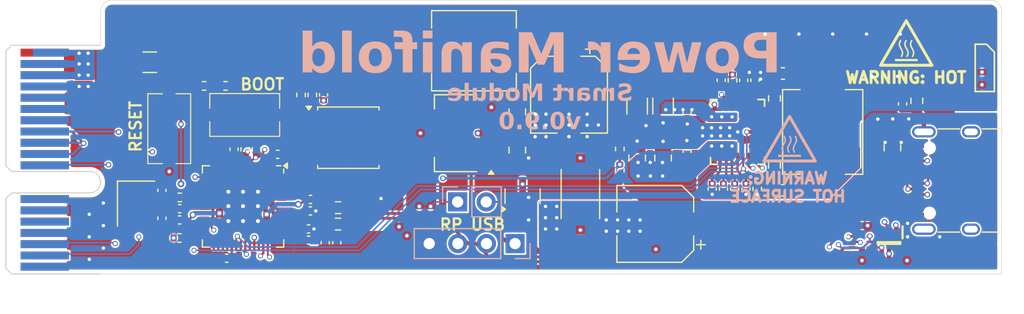
<source format=kicad_pcb>
(kicad_pcb (version 20240108) (generator "pcbnew") (generator_version "8.0")
  (title_block (date "2024-06-29") (rev "v0.9.0"))
  (layers (0 "F.Cu" signal) (1 "In1.Cu" power) (2 "In2.Cu" power) (31 "B.Cu" signal) (34 "B.Paste" user) (35 "F.Paste" user) (36 "B.SilkS" user "B.Silkscreen") (37 "F.SilkS" user "F.Silkscreen") (38 "B.Mask" user) (39 "F.Mask" user) (44 "Edge.Cuts" user))
  (net 0 "")
  (net 1 "VCC")
  (net 2 "GND")
  (net 3 "Net-(C3-Pad1)")
  (net 4 "VIN")
  (net 5 "IMON")
  (net 6 "VBUS")
  (net 7 "Net-(U4-ICOMP)")
  (net 8 "GNDUSB")
  (net 9 "D-")
  (net 10 "D+")
  (net 11 "CC1")
  (net 12 "CC2")
  (net 13 "Net-(C18-Pad1)")
  (net 14 "LED_DIN")
  (net 15 "+5V")
  (net 16 "Net-(C23-Pad2)")
  (net 17 "SCL")
  (net 18 "ENABLE")
  (net 19 "SDA")
  (net 20 "VDD")
  (net 21 "OVERLOAD")
  (net 22 "ALERT")
  (net 24 "/INDUCTOR")
  (net 25 "/OUTDUCTOR")
  (net 26 "/EMI_VIN")
  (net 27 "/XIN")
  (net 28 "+1V1")
  (net 29 "RP_D-")
  (net 30 "MPQ_D+")
  (net 31 "/SWCLK")
  (net 32 "/SWD")
  (net 33 "/QSPI_SS")
  (net 34 "/XOUT")
  (net 35 "/QSPI_SD1")
  (net 36 "/QSPI_SD2")
  (net 37 "/QSPI_SD3")
  (net 38 "/QSPI_SD0")
  (net 39 "/QSPI_SCLK")
  (net 40 "/GPIO18")
  (net 41 "/GPIO15")
  (net 42 "/GPIO7")
  (net 43 "/GPIO25")
  (net 44 "/GPIO3")
  (net 45 "/GPIO11")
  (net 46 "/GPIO2")
  (net 47 "/GPIO0")
  (net 48 "/RUN")
  (net 49 "/GPIO8")
  (net 50 "/GPIO16")
  (net 51 "/GPIO20")
  (net 52 "/GPIO19")
  (net 53 "/GPIO14")
  (net 54 "/GPIO17")
  (net 55 "Net-(U4-BST1)")
  (net 56 "/GPIO6")
  (net 57 "/GPIO13")
  (net 58 "/GPIO10")
  (net 59 "/GPIO21")
  (net 60 "/GPIO23")
  (net 61 "/GPIO9")
  (net 62 "Net-(U3-USB_DP)")
  (net 63 "Net-(U3-USB_DM)")
  (net 65 "/VIN_PREFUSE")
  (net 66 "Net-(U4-BST2)")
  (net 67 "VIN_DIVIDER")
  (net 68 "VOUT_DIVIDER")
  (net 69 "RP_D+")
  (net 70 "MPQ_D-")
  (net 71 "Net-(J4-SHIELD)")
  (net 81 "Net-(J5-Pin_2)")
  (net 82 "Net-(R4-Pad1)")
  (net 83 "/GPIO27_ADC1")
  (net 84 "Net-(R1-Pad2)")
  (net 85 "+3.3V")
  (net 87 "Net-(U4-GPIO1)")
  (footprint "Capacitor_SMD:C_0402_1005Metric" (layer "F.Cu") (at 92.1 33.1 90)
    (property "Reference" "C7" (hide yes))
    (property "Value" "2.2uF")
  )
  (footprint "Connector_USB:USB_C_Receptacle_XKB_U262-16XN-4BVC11" (layer "F.Cu") (at 110.2 42 90)
    (property "Reference" "J4" (hide yes))
    (property "Value" "USB_C_Receptacle_USB2.0_14P")
  )
  (footprint "Resistor_SMD:R_0603_1608Metric" (layer "F.Cu") (at 106.47 34.93 90)
    (property "Reference" "R18" (hide yes))
    (property "Value" "100K")
  )
  (footprint "Capacitor_SMD:C_1206_3216Metric" (layer "F.Cu") (at 81.64 35.4 -90)
    (property "Reference" "C13" (hide yes))
    (property "Value" "4.7uF")
  )
  (footprint "Resistor_SMD:R_0402_1005Metric" (layer "F.Cu") (at 51.8 34.4 -90)
    (property "Reference" "R1" (hide yes))
    (property "Value" "1K")
  )
  (footprint "Capacitor_SMD:C_0402_1005Metric" (layer "F.Cu") (at 41.03 44.5 180)
    (property "Reference" "C25" (hide yes))
    (property "Value" "100nF")
  )
  (footprint "Local Library:XKB_TS-1101_SWITCH" (layer "F.Cu") (at 46.8 36.18)
    (property "Reference" "SW1" (hide yes))
    (property "Value" "RESET")
  )
  (footprint "Package_TO_SOT_SMD:SOT-23" (layer "F.Cu") (at 71.46791 43.388492 90)
    (property "Reference" "Q1" (hide yes))
    (property "Value" "2N7002")
  )
  (footprint "Inductor_SMD:L_Sunlord_MWSA0603S" (layer "F.Cu") (at 98.11 37.69 -90)
    (property "Reference" "L2" (hide yes))
    (property "Value" "4.7uH")
  )
  (footprint "Resistor_SMD:R_0402_1005Metric" (layer "F.Cu") (at 80.1 39.2 90)
    (property "Reference" "R17" (hide yes))
    (property "Value" "3.3K")
  )
  (footprint "Capacitor_SMD:C_0402_1005Metric" (layer "F.Cu") (at 86.07 36 -90)
    (property "Reference" "C14" (hide yes))
    (property "Value" "100nF")
  )
  (footprint "Resistor_SMD:R_0402_1005Metric" (layer "F.Cu") (at 41 47.1)
    (property "Reference" "R4" (hide yes))
    (property "Value" "1K")
  )
  (footprint "Capacitor_SMD:C_0402_1005Metric" (layer "F.Cu") (at 39.45 45.35 -90)
    (property "Reference" "C3" (hide yes))
    (property "Value" "39pF")
  )
  (footprint "Capacitor_SMD:C_0402_1005Metric" (layer "F.Cu") (at 91.3 42.75 -90)
    (property "Reference" "C33" (hide yes))
    (property "Value" "470pF")
  )
  (footprint "Local Library:HOT_SURFACE_SMALL" (layer "F.Cu") (at 105.7 32)
    (property "Reference" "REF**" (hide yes))
    (property "Value" "HOT_SURFACE_SMALL")
  )
  (footprint "Resistor_SMD:R_0402_1005Metric" (layer "F.Cu") (at 92.3 42.75 -90)
    (property "Reference" "R5" (hide yes))
    (property "Value" "10K")
  )
  (footprint "Capacitor_SMD:CP_Elec_6.3x7.7" (layer "F.Cu") (at 83.25 45.85 180)
    (property "Reference" "C29" (hide yes))
    (property "Value" "100uF")
  )
  (footprint "Capacitor_SMD:C_0402_1005Metric" (layer "F.Cu") (at 54.975 47.525 90)
    (property "Reference" "C30" (hide yes))
    (property "Value" "100nF")
  )
  (footprint "Capacitor_SMD:C_0402_1005Metric" (layer "F.Cu") (at 101.62 46)
    (property "Reference" "C36" (hide yes))
    (property "Value" "470pF")
  )
  (footprint "Package_TO_SOT_SMD:SOT-223-3_TabPin2" (layer "F.Cu") (at 65.55 37.8 180)
    (property "Reference" "U1" (hide yes))
    (property "Value" "AMS1117-3.3")
  )
  (footprint "Resistor_SMD:R_0603_1608Metric" (layer "F.Cu") (at 93.83 34.71 90)
    (property "Reference" "R7" (hide yes))
    (property "Value" "10R")
  )
  (footprint "Capacitor_SMD:C_0402_1005Metric" (layer "F.Cu") (at 52.47 47.3)
    (property "Reference" "C16" (hide yes))
    (property "Value" "2.2uF")
  )
  (footprint "Capacitor_SMD:C_0402_1005Metric" (layer "F.Cu") (at 52.64 43.68)
    (property "Reference" "C6" (hide yes))
    (property "Value" "100nF")
  )
  (footprint "Capacitor_SMD:C_0402_1005Metric" (layer "F.Cu") (at 52.63 44.7)
    (property "Reference" "C15" (hide yes))
    (property "Value" "100nF")
  )
  (footprint "Capacitor_SMD:C_0402_1005Metric" (layer "F.Cu") (at 41.025 45.5 180)
    (property "Reference" "C9" (hide yes))
    (property "Value" "100nF")
  )
  (footprint "Capacitor_SMD:C_0805_2012Metric" (layer "F.Cu") (at 71 35.9 -90)
    (property "Reference" "C1" (hide yes))
    (property "Value" "10uF")
  )
  (footprint "Resistor_SMD:R_0402_1005Metric" (layer "F.Cu") (at 47.85 39.23 -90)
    (property "Reference" "R11" (hide yes))
    (property "Value" "10K")
  )
  (footprint "Resistor_SMD:R_0402_1005Metric" (layer "F.Cu") (at 80.1 41.09 90)
    (property "Reference" "R16" (hide yes))
    (property "Value" "22K")
  )
  (footprint "Local Library:TS3USB3000RSER" (layer "F.Cu") (at 101.6 47.7)
    (property "Reference" "U5" (hide yes))
    (property "Value" "TS3USB3000RSER" (hide yes))
  )
  (footprint "Resistor_SMD:R_0402_1005Metric" (layer "F.Cu") (at 43.2 33.6)
    (property "Reference" "R14" (hide yes))
    (property "Value" "22K")
  )
  (footprint "Capacitor_SMD:C_0402_1005Metric" (layer "F.Cu") (at 49.725 39.675)
    (property "Reference" "C17" (hide yes))
    (property "Value" "100nF")
  )
  (footprint "Capacitor_SMD:C_0402_1005Metric" (layer "F.Cu") (at 86.07 39.4 90)
    (property "Reference" "C26" (hide yes))
    (property "Value" "100nF")
  )
  (footprint "Capacitor_SMD:C_0402_1005Metric" (layer "F.Cu") (at 105.2 35.2 90)
    (property "Reference" "C35" (hide yes))
    (property "Value" "100nF")
  )
  (footprint "Connector_PCBEdge:BUS_PCIexpress_x1" (layer "F.Cu") (at 29.05 30.65 -90)
    (property "Reference" "J2" (hide yes))
    (property "Value" "Bus_PCI_Express_x1")
    (fp_line (start -0.15 3.45) (end 10.05 3.45) (stroke (width 0.1)) (layer "Edge.Cuts"))
    (fp_line (start 12.95 3.45) (end 19.15 3.45) (stroke (width 0.1)) (layer "Edge.Cuts"))
    (fp_line (start -0.65 2.95) (end -0.15 3.45) (stroke (width 0.1)) (layer "Edge.Cuts"))
    (fp_line (start 10.55 2.95) (end 10.05 3.45) (stroke (width 0.1)) (layer "Edge.Cuts"))
    (fp_line (start 12.45 2.95) (end 12.95 3.45) (stroke (width 0.1)) (layer "Edge.Cuts"))
    (fp_line (start 19.65 2.95) (end 19.15 3.45) (stroke (width 0.1)) (layer "Edge.Cuts"))
    (fp_line (start 10.55 -4) (end 10.55 2.95) (stroke (width 0.1)) (layer "Edge.Cuts"))
    (fp_line (start 12.45 -4) (end 12.45 2.95) (stroke (width 0.1)) (layer "Edge.Cuts"))
    (fp_line (start -0.65 -4.95) (end -0.65 2.95) (stroke (width 0.1)) (layer "Edge.Cuts"))
    (fp_line (start 19.65 -4.95) (end 19.65 2.95) (stroke (width 0.1)) (layer "Edge.Cuts"))
    (fp_arc (start 10.55 -4) (mid 11.5 -4.95) (end 12.45 -4) (stroke (width 0.1)) (layer "Edge.Cuts"))
  )
  (footprint "Capacitor_SMD:C_0805_2012Metric" (layer "F.Cu") (at 104.3 39.1 -90)
    (property "Reference" "C28" (hide yes))
    (property "Value" "10uF")
  )
  (footprint "Capacitor_SMD:C_0402_1005Metric" (layer "F.Cu") (at 90.3 42.75 -90)
    (property "Reference" "C31" (hide yes))
    (property "Value" "470pF")
  )
  (footprint "Resistor_SMD:R_0402_1005Metric" (layer "F.Cu") (at 46.85 39.23 -90)
    (property "Reference" "R13" (hide yes))
    (property "Value" "10K")
  )
  (footprint "Capacitor_SMD:C_0805_2012Metric" (layer "F.Cu") (at 81.64 40 90)
    (property "Reference" "C21" (hide yes))
    (property "Value" "10uF")
  )
  (footprint "Local Library:MPQ4242_QNF-22_4mmx5mm" (layer "F.Cu") (at 90.55 37.685)
    (property "Reference" "U4" (hide yes))
    (property "Value" "MPQ4242")
  )
  (footprint "Fuse:Fuse_1206_3216Metric" (layer "F.Cu") (at 38.37 31.5 180)
    (property "Reference" "F1" (hide yes))
    (property "Value" "5A")
  )
  (footprint "Capacitor_SMD:C_0402_1005Metric" (layer "F.Cu") (at 89.3 42.75 -90)
    (property "Reference" "C32" (hide yes))
    (property "Value" "470pF")
  )
  (footprint "Capacitor_SMD:C_0805_2012Metric" (layer "F.Cu") (at 83.94 40 90)
    (property "Reference" "C24" (hide yes))
    (property "Value" "10uF")
  )
  (footprint "Capacitor_SMD:C_0402_1005Metric" (layer "F.Cu") (at 88.3 42.75 -90)
    (property "Reference" "C34" (hide yes))
    (property "Value" "470pF")
  )
  (footprint "Capacitor_SMD:C_0402_1005Metric" (layer "F.Cu") (at 91.1 33.1 90)
    (property "Reference" "C8" (hide yes))
    (property "Value" "470pF")
  )
  (footprint "Capacitor_SMD:CP_Elec_6.3x7.7" (layer "F.Cu") (at 75.59 34.38 -90)
    (property "Reference" "C11" (hide yes))
    (property "Value" "100uF")
  )
  (footprint "Package_DFN_QFN:QFN-56-1EP_7x7mm_P0.4mm_EP3.2x3.2mm" (layer "F.Cu") (at 46.65 44.3 -90)
    (property "Reference" "U3" (hide yes))
    (property "Value" "RP2040")
  )
  (footprint "Crystal:Crystal_SMD_3225-4Pin_3.2x2.5mm" (layer "F.Cu") (at 37.15 44.05 -90)
    (property "Reference" "Y1" (hide yes))
    (property "Value" "X322512MSB4SI")
  )
  (footprint "Capacitor_SMD:C_0805_2012Metric" (layer "F.Cu") (at 71 39.3 -90)
    (property "Reference" "C4" (hide yes))
    (property "Value" "10uF")
  )
  (footprint "Resistor_SMD:R_0402_1005Metric" (layer "F.Cu") (at 52.8 34.4 -90)
    (property "Reference" "R2" (hide yes))
    (property "Value" "10K")
  )
  (footprint "Resistor_SMD:R_0402_1005Metric" (layer "F.Cu") (at 90.1 33.1 -90)
    (property "Reference" "R8" (hide yes))
    (property "Value" "4.7K")
  )
  (footprint "Resistor_SMD:R_0603_1608Metric" (layer "F.Cu") (at 93.83 40.66 90)
    (property "Reference" "R12" (hide yes))
    (property "Value" "0R")
  )
  (footprint "Local Library:LED_Neopixel_Side_Light_SK6812" (layer "F.Cu") (at 112.25 33.5 90)
    (property "Reference" "D2" (hide yes))
    (property "Value" "STATUS_LED")
  )
  (footprint "Capacitor_SMD:C_0603_1608Metric" (layer "F.Cu") (at 94.58 42.87 180)
    (property "Reference" "C23" (hide yes))
    (property "Value" "220nF")
  )
  (footprint "Capacitor_SMD:C_1206_3216Metric" (layer "F.Cu") (at 83.94 35.4 -90)
    (property "Reference" "C12" (hide yes))
    (property "Value" "4.7uF")
  )
  (footprint "Capacitor_SMD:C_0402_1005Metric" (layer "F.Cu") (at 45.2 48.9 180)
    (property "Reference" "C20" (hide yes))
    (property "Value" "100nF")
  )
  (footprint "Resistor_SMD:R_0603_1608Metric" (layer "F.Cu") (at 55.09 45.87 180)
    (property "Reference" "R10" (hide yes))
    (property "Value" "27R")
  )
  (footprint "Capacitor_SMD:C_0402_1005Metric" (layer "F.Cu") (at 52.47 46.3)
    (property "Reference" "C10" (hide yes))
    (property "Value" "2.2uF")
  )
  (footprint "Resistor_SMD:R_2512_6332Metric" (layer "F.Cu") (at 76.6 43.2 -90)
    (property "Reference" "R6" (hide yes))
    (property "Value" "R010")
  )
  (footprint "Capacitor_SMD:C_0402_1005Metric" (layer "F.Cu") (at 53.95 47.525 90)
    (property "Reference" "C27" (hide yes))
    (property "Value" "100nF")
  )
  (footprint "Package_SO:SOIC-8_5.23x5.23mm_P1.27mm" (layer "F.Cu") (at 56 38.2)
    (property "Reference" "U2" (hide yes))
    (property "Value" "W25Q32JVSSIQ")
  )
  (footprint "Resistor_SMD:R_0603_1608Metric" (layer "F.Cu") (at 55.09 44.41 180)
    (property "Reference" "R9" (hide yes))
    (property "Value" "27R")
  )
  (footprint "Resistor_SMD:R_0402_1005Metric" (layer "F.Cu") (at 45.1 33.6)
    (property "Reference" "R15" (hide yes))
    (property "Value" "2K")
  )
  (footprint "Local Library:XKB_TS-1101_SWITCH" (layer "F.Cu") (at 40.1 37.4 -90)
    (property "Reference" "SW2" (hide yes))
    (property "Value" "RESET")
  )
  (footprint "Capacitor_SMD:C_0402_1005Metric" (layer "F.Cu") (at 53.8 34.4 90)
    (property "Reference" "C5" (hide yes))
    (property "Value" "100nF")
  )
  (footprint "Capacitor_SMD:C_0603_1608Metric" (layer "F.Cu") (at 94.58 32.5)
    (property "Reference" "C18" (hide yes))
    (property "Value" "220nF")
  )
  (footprint "Capacitor_SMD:C_0402_1005Metric" (layer "F.Cu") (at 89.1 33.1 -90)
    (property "Reference" "C19" (hide yes))
    (property "Value" "4.7nF")
  )
  (footprint "Local Library:SOT65P210X110-6N" (layer "F.Cu") (at 104 47.55 -90)
    (property "Reference" "D1" (hide yes))
    (property "Value" "SZESD1L001W1T2G" (hide yes))
  )
  (footprint "Inductor_SMD:L_Sunlord_MWSA0603S" (layer "F.Cu") (at 67.15 30.48)
    (property "Reference" "L1" (hide yes))
    (property "Value" "4.7uH")
  )
  (footprint "Resistor_SMD:R_0402_1005Metric" (layer "F.Cu") (at 41.03 43.5 180)
    (property "Reference" "R3" (hide yes))
    (property "Value" "1K")
  )
  (footprint "Capacitor_SMD:C_0402_1005Metric" (layer "F.Cu") (at 45.85 39.23 90)
    (property "Reference" "C22" (hide yes))
    (property "Value" "100nF")
  )
  (footprint "Capacitor_SMD:C_0402_1005Metric" (layer "F.Cu") (at 39.45 42.875 90)
    (property "Reference" "C2" (hide yes))
    (property "Value" "39pF")
  )
  (footprint "Local Library:HOT_SURFACE_SMALL" (layer "B.Cu") (at 95 40.5 180)
    (property "Reference" "REF**" (hide yes))
    (property "Value" "HOT_SURFACE_SMALL")
  )
  (footprint "Connector_PinHeader_2.54mm:PinHeader_1x02_P2.54mm_Vertical" (layer "B.Cu") (at 65.7 43.9 -90)
    (property "Reference" "J5" (hide yes))
    (property "Value" "USB_SW")
  )
  (footprint "Connector_PinHeader_2.54mm:PinHeader_1x04_P2.54mm_Vertical" (layer "B.Cu") (at 70.8 47.6 90)
    (property "Reference" "J3" (hide yes))
    (property "Value" "RP_USB")
  )
  (gr_arc (start 34 27) (mid 34.292893 26.292893) (end 35 26) (stroke (width 0.05)) (layer "Edge.Cuts"))
  (gr_arc (start 113 26) (mid 113.707107 26.292893) (end 114 27) (stroke (width 0.05)) (layer "Edge.Cuts"))
  (gr_line (start 35 26) (end 113 26) (stroke (width 0.05)) (layer "Edge.Cuts"))
  (gr_line (start 114 27) (end 114 50.3) (stroke (width 0.05)) (layer "Edge.Cuts"))
  (gr_line (start 114 50.3) (end 34 50.3) (stroke (width 0.05)) (layer "Edge.Cuts"))
  (gr_line (start 34 27) (end 34 30) (stroke (width 0.05)) (layer "Edge.Cuts"))
  (gr_text "WARNING:\nHOT SURFACE" (at 95 44 0) (layer "B.SilkS") (effects (font (size 1 1) (thickness 0.25) (bold yes)) (justify bottom mirror)))
  (gr_text "Smart Module\n${REVISION}" (at 73 37.7 0) (layer "B.SilkS") (effects (font (size 1.5 1.5) (thickness 0.3) (bold yes)) (justify bottom mirror)))
  (gr_text "Power Manifold" (at 73 33 0) (layer "B.SilkS") (effects (font (size 3.5 3.5) (thickness 0.2) (bold yes) (italic yes)) (justify bottom mirror)))
  (gr_text "BOOT" (at 46.3 34.05 0) (layer "F.SilkS") (effects (font (size 1 1) (thickness 0.2) (bold yes)) (justify left bottom)))
  (gr_text "RP USB" (at 64 46.5 -0) (layer "F.SilkS") (effects (font (size 1 1) (thickness 0.2) (bold yes)) (justify left bottom)))
  (gr_text "WARNING: HOT" (at 105.5 33.45 0) (layer "F.SilkS") (effects (font (size 1 1) (thickness 0.25) (bold yes)) (justify bottom)))
  (gr_text "RESET" (at 37.7 39.6 90) (layer "F.SilkS") (effects (font (size 1 1) (thickness 0.2) (bold yes)) (justify left bottom)))
  (segment (start 91.05 35.36) (end 91.05 34.63) (width 0.25) (layer "F.Cu") (net 1))
  (segment (start 91.05 34.63) (end 92.1 33.58) (width 0.25) (layer "F.Cu") (net 1))
  (segment (start 83.94 36.875) (end 83.94 36.88) (width 0.2) (layer "F.Cu") (net 2))
  (segment (start 81.64 38.525) (end 81.64 38.5) (width 0.2) (layer "F.Cu") (net 2))
  (segment (start 86.07 36.96) (end 86.09 36.98) (width 0.2) (layer "F.Cu") (net 2))
  (segment (start 89.13 34.38) (end 89.13 34.39) (width 0.25) (layer "F.Cu") (net 2))
  (segment (start 86.07 38.45) (end 86.05 38.45) (width 0.2) (layer "F.Cu") (net 2))
  (segment (start 86.07 36.95) (end 86.07 36.96) (width 0.2) (layer "F.Cu") (net 2))
  (segment (start 89.55 34.81) (end 89.55 35.36) (width 0.25) (layer "F.Cu") (net 2))
  (segment (start 89.13 34.39) (end 89.55 34.81) (width 0.25) (layer "F.Cu") (net 2))
  (via (at 105.6 49.1) (size 0.5) (drill 0.3) (layers "F.Cu" "B.Cu") (net 2))
  (via (at 45.35 45.6) (size 0.6) (drill 0.35) (layers "F.Cu" "B.Cu") (net 2))
  (via (at 92.6 32.4) (size 0.45) (drill 0.3) (layers "F.Cu" "B.Cu") (net 2))
  (via (at 72.6 36.11) (size 0.5) (drill 0.3) (layers "F.Cu" "B.Cu") (net 2))
  (via (at 52.95 46.3) (size 0.5) (drill 0.3) (layers "F.Cu" "B.Cu") (net 2))
  (via (at 105 29) (size 0.5) (drill 0.3) (layers "F.Cu" "B.Cu") (net 2))
  (via (at 99 29) (size 0.5) (drill 0.3) (layers "F.Cu" "B.Cu") (net 2))
  (via (at 91.6 32.4) (size 0.45) (drill 0.3) (layers "F.Cu" "B.Cu") (net 2))
  (via (at 86.09 36.98) (size 0.5) (drill 0.3) (layers "F.Cu" "B.Cu") (net 2))
  (via (at 72 45.5) (size 0.5) (drill 0.3) (layers "F.Cu" "B.Cu") (net 2))
  (via (at 104.75 32.75) (size 0.45) (drill 0.3) (layers "F.Cu" "B.Cu") (net 2))
  (via (at 72 43.5) (size 0.5) (drill 0.3) (layers "F.Cu" "B.Cu") (net 2))
  (via (at 73.55 36.11) (size 0.5) (drill 0.3) (layers "F.Cu" "B.Cu") (net 2))
  (via (at 92.6 33) (size 0.45) (drill 0.3) (layers "F.Cu" "B.Cu") (net 2))
  (via (at 87.45 37.315) (size 0.45) (drill 0.3) (layers "F.Cu" "B.Cu") (net 2))
  (via (at 46.65 43) (size 0.6) (drill 0.35) (layers "F.Cu" "B.Cu") (net 2))
  (via (at 89.85 37.315) (size 0.45) (drill 0.3) (layers "F.Cu" "B.Cu") (net 2))
  (via (at 86.05 38.45) (size 0.5) (drill 0.3) (layers "F.Cu" "B.Cu") (net 2))
  (via (at 102 29) (size 0.5) (drill 0.3) (layers "F.Cu" "B.Cu") (net 2))
  (via (at 77.2 37.09) (size 0.5) (drill 0.3) (layers "F.Cu" "B.Cu") (net 2))
  (via (at 96 29) (size 0.5) (drill 0.3) (layers "F.Cu" "B.Cu") (net 2))
  (via (at 34.25 48) (size 0.5) (drill 0.3) (layers "F.Cu" "B.Cu") (net 2))
  (via (at 102.1 46) (size 0.5) (drill 0.3) (layers "F.Cu" "B.Cu") (net 2))
  (via (at 102.5 32.75) (size 0.45) (drill 0.3) (layers "F.Cu" "B.Cu") (net 2))
  (via (at 34.25 44) (size 0.5) (drill 0.3) (layers "F.Cu" "B.Cu") (net 2))
  (via (at 72.6 37.09) (size 0.5) (drill 0.3) (layers "F.Cu" "B.Cu") (net 2))
  (via (at 90.57 37.685) (size 0.45) (drill 0.3) (layers "F.Cu" "B.Cu") (net 2))
  (via (at 78.2 37.07) (size 0.5) (drill 0.3) (layers "F.Cu" "B.Cu") (net 2))
  (via (at 32.9 33.65) (size 0.5) (drill 0.3) (layers "F.Cu" "B.Cu") (net 2))
  (via (at 81.64 38.5) (size 0.5) (drill 0.3) (layers "F.Cu" "B.Cu") (net 2))
  (via (at 101.6 49.1) (size 0.5) (drill 0.3) (layers "F.Cu" "B.Cu") (net 2))
  (via (at 89.13 34.38) (size 0.45) (drill 0.3) (layers "F.Cu" "B.Cu") (net 2))
  (via (at 72.58 38.11) (size 0.5) (drill 0.3) (layers "F.Cu" "B.Cu") (net 2))
  (via (at 82.42 37.13) (size 0.5) (drill 0.3) (layers "F.Cu" "B.Cu") (net 2))
  (via (at 89.05 38.04) (size 0.45) (drill 0.3) (layers "F.Cu" "B.Cu") (net 2))
  (via (at 47.975 43) (size 0.6) (drill 0.35) (layers "F.Cu" "B.Cu") (net 2))
  (via (at 75.59 36.12) (size 0.5) (drill 0.3) (layers "F.Cu" "B.Cu") (net 2))
  (via (at 33 45) (size 0.5) (drill 0.3) (layers "F.Cu" "B.Cu") (net 2))
  (via (at 89.05 37.315) (size 0.45) (drill 0.3) (layers "F.Cu" "B.Cu") (net 2))
  (via (at 77.2 38.1) (size 0.5) (drill 0.3) (layers "F.Cu" "B.Cu") (net 2))
  (via (at 77.2 36.11) (size 0.5) (drill 0.3) (layers "F.Cu" "B.Cu") (net 2))
  (via (at 93 29) (size 0.5) (drill 0.3) (layers "F.Cu" "B.Cu") (net 2))
  (via (at 73.55 38.11) (size 0.5) (drill 0.3) (layers "F.Cu" "B.Cu") (net 2))
  (via (at 58.9 43.6) (size 0.5) (drill 0.3) (layers "F.Cu" "B.Cu") (net 2))
  (via (at 33 49) (size 0.5) (drill 0.3) (layers "F.Cu" "B.Cu") (net 2))
  (via (at 87.45 38.04) (size 0.45) (drill 0.3) (layers "F.Cu" "B.Cu") (net 2))
  (via (at 88.3 43.23) (size 0.45) (drill 0.3) (layers "F.Cu" "B.Cu") (net 2))
  (via (at 75.59 37.08) (size 0.5) (drill 0.3) (layers "F.Cu" "B.Cu") (net 2))
  (via (at 88.25 37.315) (size 0.45) (drill 0.3) (layers "F.Cu" "B.Cu") (net 2))
  (via (at 73.54 37.08) (size 0.5) (drill 0.3) (layers "F.Cu" "B.Cu") (net 2))
  (via (at 47.975 44.275) (size 0.6) (drill 0.35) (layers "F.Cu" "B.Cu") (net 2))
  (via (at 46.65 45.6) (size 0.6) (drill 0.35) (layers "F.Cu" "B.Cu") (net 2))
  (via (at 47.975 45.6) (size 0.6) (drill 0.35) (layers "F.Cu" "B.Cu") (net 2))
  (via (at 88.25 38.04) (size 0.45) (drill 0.3) (layers "F.Cu" "B.Cu") (net 2))
  (via (at 92.3 43.26) (size 0.5) (drill 0.3) (layers "F.Cu" "B.Cu") (net 2))
  (via (at 53.11 44.7) (size 0.5) (drill 0.3) (layers "F.Cu" "B.Cu") (net 2))
  (via (at 83.94 38.525) (size 0.5) (drill 0.3) (layers "F.Cu" "B.Cu") (net 2))
  (via (at 45.35 43) (size 0.6) (drill 0.35) (layers "F.Cu" "B.Cu") (net 2))
  (via (at 33 47) (size 0.5) (drill 0.3) (layers "F.Cu" "B.Cu") (net 2))
  (via (at 32.1 33.65) (size 0.5) (drill 0.3) (layers "F.Cu" "B.Cu") (net 2))
  (via (at 45.35 44.275) (size 0.6) (drill 0.35) (layers "F.Cu" "B.Cu") (net 2))
  (via (at 91.3 43.23) (size 0.45) (drill 0.3) (layers "F.Cu" "B.Cu") (net 2))
  (via (at 83.3 48.1) (size 0.5) (drill 0.3) (layers "F.Cu" "B.Cu") (net 2))
  (via (at 46.65 44.275) (size 0.6) (drill 0.35) (layers "F.Cu" "B.Cu") (net 2))
  (via (at 75.58 38.1) (size 0.5) (drill 0.3) (layers "F.Cu" "B.Cu") (net 2))
  (via (at 76.6 40) (size 0.5) (drill 0.3) (layers "F.Cu" "B.Cu") (net 2))
  (via (at 89.85 38.04) (size 0.45) (drill 0.3) (layers "F.Cu" "B.Cu") (net 2))
  (via (at 72 40) (size 0.5) (drill 0.3) (layers "F.Cu" "B.Cu") (net 2))
  (via (at 83.94 36.88) (size 0.5) (drill 0.3) (layers "F.Cu" "B.Cu") (net 2))
  (via (at 34.25 46) (size 0.5) (drill 0.3) (layers "F.Cu" "B.Cu") (net 2))
  (segment (start 39.45 44.87) (end 39.45 44.51) (width 0.15) (layer "F.Cu") (net 3))
  (segment (start 40.46 43.5) (end 40.52 43.5) (width 0.15) (layer "F.Cu") (net 3))
  (segment (start 39.45 44.87) (end 38.28 44.87) (width 0.15) (layer "F.Cu") (net 3))
  (segment (start 38.28 44.87) (end 38 45.15) (width 0.15) (layer "F.Cu") (net 3))
  (segment (start 39.45 44.51) (end 40.46 43.5) (width 0.15) (layer "F.Cu") (net 3))
  (segment (start 42.69 33.6) (end 42.69 32.91) (width 0.4) (layer "F.Cu") (net 4))
  (segment (start 47.65 47.065746) (end 47.648669 47.064415) (width 0.2) (layer "F.Cu") (net 5))
  (segment (start 47.65 47.7375) (end 47.65 47.065746) (width 0.2) (layer "F.Cu") (net 5))
  (segment (start 90.1 32.6) (end 90.1 32.59) (width 0.25) (layer "F.Cu") (net 5))
  (segment (start 89.1 33.58) (end 89.11 33.58) (width 0.25) (layer "F.Cu") (net 5))
  (segment (start 90.09 32.6) (end 90.1 32.6) (width 0.25) (layer "F.Cu") (net 5))
  (segment (start 89.11 33.58) (end 90.09 32.6) (width 0.25) (layer "F.Cu") (net 5))
  (segment (start 90.1 32.59) (end 90.1 32.59) (width 0.25) (layer "F.Cu") (net 5))
  (via (at 90.1 32.6) (size 0.5) (drill 0.3) (layers "F.Cu" "B.Cu") (net 5))
  (via (at 47.648669 47.064415) (size 0.5) (drill 0.3) (layers "F.Cu" "B.Cu") (net 5))
  (segment (start 81.25 40.95) (end 81.64 40.95) (width 0.25) (layer "F.Cu") (net 6))
  (segment (start 80.1 41.6) (end 80.6 41.6) (width 0.25) (layer "F.Cu") (net 6))
  (segment (start 80.6 41.6) (end 81.25 40.95) (width 0.25) (layer "F.Cu") (net 6))
  (via (at 83.9 41.6) (size 0.5) (drill 0.3) (layers "F.Cu" "B.Cu") (net 6))
  (via (at 83.89 40.4) (size 0.5) (drill 0.3) (layers "F.Cu" "B.Cu") (net 6))
  (via (at 81.72 40.4) (size 0.5) (drill 0.3) (layers "F.Cu" "B.Cu") (net 6))
  (via (at 88.25 38.94) (size 0.45) (drill 0.3) (layers "F.Cu" "B.Cu") (net 6))
  (via (at 82.82 41.6) (size 0.5) (drill 0.3) (layers "F.Cu" "B.Cu") (net 6))
  (via (at 82.8 40.4) (size 0.5) (drill 0.3) (layers "F.Cu" "B.Cu") (net 6))
  (via (at 90.07 38.94) (size 0.45) (drill 0.3) (layers "F.Cu" "B.Cu") (net 6))
  (via (at 89.15 38.94) (size 0.45) (drill 0.3) (layers "F.Cu" "B.Cu") (net 6))
  (via (at 81.72 41.6) (size 0.5) (drill 0.3) (layers "F.Cu" "B.Cu") (net 6))
  (segment (start 90.55 34.13) (end 90.55 35.36) (width 0.25) (layer "F.Cu") (net 7))
  (segment (start 91.1 33.58) (end 90.55 34.13) (width 0.25) (layer "F.Cu") (net 7))
  (segment (start 88.5 35.25) (end 88.5 35.485) (width 0.3) (layer "F.Cu") (net 8))
  (segment (start 107.045 45.565) (end 107.935 45.565) (width 0.2) (layer "F.Cu") (net 8))
  (segment (start 88.5 35.485) (end 88.7 35.685) (width 0.3) (layer "F.Cu") (net 8))
  (segment (start 106.53 45.05) (end 107.045 45.565) (width 0.2) (layer "F.Cu") (net 8))
  (via (at 88.5 35.25) (size 0.5) (drill 0.3) (layers "F.Cu" "B.Cu") (net 8))
  (via (at 108.5 47) (size 0.6) (drill 0.3) (layers "F.Cu" "B.Cu") (net 8))
  (via (at 73.5 44.3) (size 0.5) (drill 0.3) (layers "F.Cu" "B.Cu") (net 8))
  (via (at 78.9 46.5) (size 0.5) (drill 0.3) (layers "F.Cu" "B.Cu") (net 8))
  (via (at 80.9 45.5) (size 0.5) (drill 0.3) (layers "F.Cu" "B.Cu") (net 8))
  (via (at 81.9 46.5) (size 0.5) (drill 0.3) (layers "F.Cu" "B.Cu") (net 8))
  (via (at 79.9 46.5) (size 0.5) (drill 0.3) (layers "F.Cu" "B.Cu") (net 8))
  (via (at 74.5 46.3) (size 0.5) (drill 0.3) (layers "F.Cu" "B.Cu") (net 8))
  (via (at 73.5 46.3) (size 0.5) (drill 0.3) (layers "F.Cu" "B.Cu") (net 8))
  (via (at 104.33 36.53) (size 0.5) (drill 0.3) (layers "F.Cu" "B.Cu") (net 8))
  (via (at 78.9 45.5) (size 0.5) (drill 0.3) (layers "F.Cu" "B.Cu") (net 8))
  (via (at 74.5 44.3) (size 0.5) (drill 0.3) (layers "F.Cu" "B.Cu") (net 8))
  (via (at 74.5 45.3) (size 0.5) (drill 0.3) (layers "F.Cu" "B.Cu") (net 8))
  (via (at 81.9 45.5) (size 0.5) (drill 0.3) (layers "F.Cu" "B.Cu") (net 8))
  (via (at 76.6 46.4) (size 0.5) (drill 0.3) (layers "F.Cu" "B.Cu") (net 8))
  (via (at 105.65 45.8) (size 0.6) (drill 0.3) (layers "F.Cu" "B.Cu") (net 8))
  (via (at 105.08 38.62) (size 0.5) (drill 0.3) (layers "F.Cu" "B.Cu") (net 8))
  (via (at 73.5 45.3) (size 0.5) (drill 0.3) (layers "F.Cu" "B.Cu") (net 8))
  (via (at 80.9 46.5) (size 0.5) (drill 0.3) (layers "F.Cu" "B.Cu") (net 8))
  (via (at 103.65 38.62) (size 0.5) (drill 0.3) (layers "F.Cu" "B.Cu") (net 8))
  (via (at 105.75 36.53) (size 0.5) (drill 0.3) (layers "F.Cu" "B.Cu") (net 8))
  (via (at 103 36.55) (size 0.5) (drill 0.3) (layers "F.Cu" "B.Cu") (net 8))
  (via (at 79.9 45.5) (size 0.5) (drill 0.3) (layers "F.Cu" "B.Cu") (net 8))
  (via (at 105.65 47) (size 0.6) (drill 0.3) (layers "F.Cu" "B.Cu") (net 8))
  (segment (start 105.615 41.905) (end 105.76 41.76) (width 0.2) (layer "F.Cu") (net 9))
  (segment (start 103.35 47.95) (end 103.35 48.5) (width 0.2) (layer "F.Cu") (net 9))
  (segment (start 105.76 41.76) (end 106.52 41.76) (width 0.2) (layer "F.Cu") (net 9))
  (segment (start 105.615 42.685) (end 105.615 41.905) (width 0.2) (layer "F.Cu") (net 9))
  (segment (start 105.68 42.75) (end 105.615 42.685) (width 0.2) (layer "F.Cu") (net 9))
  (segment (start 103.35 47.95) (end 102.275 47.95) (width 0.2) (layer "F.Cu") (net 9))
  (segment (start 106.52 42.76) (end 106.51 42.75) (width 0.2) (layer "F.Cu") (net 9))
  (segment (start 106.51 42.75) (end 105.68 42.75) (width 0.2) (layer "F.Cu") (net 9))
  (via (at 105.68 42.75) (size 0.5) (drill 0.3) (layers "F.Cu" "B.Cu") (net 9))
  (via (at 103.35 47.95) (size 0.5) (drill 0.3) (layers "F.Cu" "B.Cu") (net 9))
  (segment (start 104.23 47.45) (end 102.275 47.45) (width 0.2) (layer "F.Cu") (net 10))
  (segment (start 104.65 46.01) (end 104.6 45.96) (width 0.2) (layer "F.Cu") (net 10))
  (segment (start 104.65 47.03) (end 104.23 47.45) (width 0.2) (layer "F.Cu") (net 10))
  (segment (start 107.27 41.26) (end 106.52 41.26) (width 0.2) (layer "F.Cu") (net 10))
  (segment (start 104.65 46.6) (end 104.65 47.03) (width 0.2) (layer "F.Cu") (net 10))
  (segment (start 104.65 46.6) (end 104.65 46.01) (width 0.2) (layer "F.Cu") (net 10))
  (segment (start 107.465 41.455) (end 107.27 41.26) (width 0.2) (layer "F.Cu") (net 10))
  (segment (start 107.4 42.25) (end 107.465 42.185) (width 0.2) (layer "F.Cu") (net 10))
  (segment (start 106.53 42.25) (end 106.52 42.26) (width 0.2) (layer "F.Cu") (net 10))
  (segment (start 107.465 42.185) (end 107.465 41.455) (width 0.2) (layer "F.Cu") (net 10))
  (segment (start 106.53 42.25) (end 107.4 42.25) (width 0.2) (layer "F.Cu") (net 10))
  (via (at 107.4 42.25) (size 0.5) (drill 0.3) (layers "F.Cu" "B.Cu") (net 10))
  (via (at 104.6 45.96) (size 0.5) (drill 0.3) (layers "F.Cu" "B.Cu") (net 10))
  (segment (start 91.3 41.917463) (end 90.55 41.167463) (width 0.2) (layer "F.Cu") (net 11))
  (segment (start 90.55 41.167463) (end 90.55 40.01) (width 0.2) (layer "F.Cu") (net 11))
  (segment (start 104 46.165) (end 104 46.6) (width 0.2) (layer "F.Cu") (net 11))
  (segment (start 107.4 43.25) (end 106.53 43.25) (width 0.2) (layer "F.Cu") (net 11))
  (segment (start 106.53 43.25) (end 106.52 43.26) (width 0.2) (layer "F.Cu") (net 11))
  (segment (start 91.3 42.27) (end 91.3 41.917463) (width 0.2) (layer "F.Cu") (net 11))
  (segment (start 103.6 45.678137) (end 103.6 45.765) (width 0.2) (layer "F.Cu") (net 11))
  (segment (start 103.6 45.765) (end 104 46.165) (width 0.2) (layer "F.Cu") (net 11))
  (via (at 91.3 42.27) (size 0.45) (drill 0.3) (layers "F.Cu" "B.Cu") (net 11))
  (via (at 107.4 43.25) (size 0.5) (drill 0.3) (layers "F.Cu" "B.Cu") (net 11))
  (via (at 103.6 45.678137) (size 0.5) (drill 0.3) (layers "F.Cu" "B.Cu") (net 11))
  (segment (start 107.399999 40.249999) (end 107.4 40.25) (width 0.2) (layer "F.Cu") (net 12))
  (segment (start 88.3 42.27) (end 88.3 41.9) (width 0.2) (layer "F.Cu") (net 12))
  (segment (start 107.4 40.25) (end 107.39 40.26) (width 0.2) (layer "F.Cu") (net 12))
  (segment (start 89 41.2) (end 89 40.01) (width 0.2) (layer "F.Cu") (net 12))
  (segment (start 107.39 40.26) (end 106.52 40.26) (width 0.2) (layer "F.Cu") (net 12))
  (segment (start 88.3 41.9) (end 89 41.2) (width 0.2) (layer "F.Cu") (net 12))
  (via (at 104 48.5) (size 0.5) (drill 0.3) (layers "F.Cu" "B.Cu") (net 12))
  (via (at 107.4 40.25) (size 0.5) (drill 0.3) (layers "F.Cu" "B.Cu") (net 12))
  (via (at 88.3 42.27) (size 0.45) (drill 0.3) (layers "F.Cu" "B.Cu") (net 12))
  (segment (start 93.83 32.525) (end 93.805 32.5) (width 0.6) (layer "F.Cu") (net 13))
  (segment (start 93.83 33.885) (end 93.83 32.525) (width 0.6) (layer "F.Cu") (net 13))
  (segment (start 48.45 39.375) (end 48.45 40.8625) (width 0.2) (layer "F.Cu") (net 14))
  (segment (start 48.575 39.25) (end 48.45 39.375) (width 0.2) (layer "F.Cu") (net 14))
  (via (at 48.575 39.25) (size 0.45) (drill 0.3) (layers "F.Cu" "B.Cu") (net 14))
  (via (at 112.25 33.5) (size 0.5) (drill 0.3) (layers "F.Cu" "B.Cu") (net 14))
  (segment (start 70.2 47.6) (end 70.8 47.6) (width 0.3) (layer "F.Cu") (net 15))
  (segment (start 32.5 38.7) (end 31.45 37.65) (width 0.2) (layer "F.Cu") (net 15))
  (segment (start 66.9 44.3) (end 70.2 47.6) (width 0.3) (layer "F.Cu") (net 15))
  (segment (start 66.9 37.3) (end 66.9 44.3) (width 0.3) (layer "F.Cu") (net 15))
  (segment (start 71 34.95) (end 70.25 34.95) (width 0.6) (layer "F.Cu") (net 15))
  (segment (start 68.7 35.5) (end 66.9 37.3) (width 0.3) (layer "F.Cu") (net 15))
  (segment (start 69.7 35.5) (end 68.7 35.5) (width 0.6) (layer "F.Cu") (net 15))
  (segment (start 70.25 34.95) (end 69.7 35.5) (width 0.6) (layer "F.Cu") (net 15))
  (segment (start 31.45 37.65) (end 29.05 37.65) (width 0.2) (layer "F.Cu") (net 15))
  (via (at 112.25 32.375) (size 0.5) (drill 0.3) (layers "F.Cu" "B.Cu") (net 15))
  (via (at 68.7 35.5) (size 0.5) (drill 0.3) (layers "F.Cu" "B.Cu") (net 15))
  (via (at 32.5 38.7) (size 0.5) (drill 0.3) (layers "F.Cu" "B.Cu") (net 15))
  (segment (start 32.45 38.65) (end 32.5 38.7) (width 0.2) (layer "B.Cu") (net 15))
  (segment (start 31.55 39.65) (end 29.05 39.65) (width 0.2) (layer "B.Cu") (net 15))
  (segment (start 32.5 38.7) (end 31.55 39.65) (width 0.2) (layer "B.Cu") (net 15))
  (segment (start 29.05 38.65) (end 32.45 38.65) (width 0.2) (layer "B.Cu") (net 15))
  (segment (start 93.83 42.845) (end 93.805 42.87) (width 0.6) (layer "F.Cu") (net 16))
  (segment (start 93.83 41.485) (end 93.83 42.845) (width 0.6) (layer "F.Cu") (net 16))
  (segment (start 92.644413 40.89) (end 92.1 40.345587) (width 0.2) (layer "F.Cu") (net 17))
  (segment (start 92.75 40.89) (end 92.644413 40.89) (width 0.2) (layer "F.Cu") (net 17))
  (segment (start 29.05 43.65) (end 33.576984 43.65) (width 0.15) (layer "F.Cu") (net 17))
  (segment (start 47.05 39.45) (end 46.85 39.65) (width 0.2) (layer "F.Cu") (net 17))
  (segment (start 92.1 40.345587) (end 92.1 40.01) (width 0.2) (layer "F.Cu") (net 17))
  (segment (start 33.576984 43.65) (end 37.776984 39.45) (width 0.15) (layer "F.Cu") (net 17))
  (segment (start 46.85 39.65) (end 46.85 40.8625) (width 0.2) (layer "F.Cu") (net 17))
  (segment (start 37.776984 39.45) (end 38.6 39.45) (width 0.15) (layer "F.Cu") (net 17))
  (via (at 38.6 39.45) (size 0.5) (drill 0.3) (layers "F.Cu" "B.Cu") (net 17))
  (via (at 92.75 40.89) (size 0.45) (drill 0.3) (layers "F.Cu" "B.Cu") (net 17))
  (via (at 47.05 39.45) (size 0.45) (drill 0.3) (layers "F.Cu" "B.Cu") (net 17))
  (segment (start 46.15 46.95) (end 46.05 47.05) (width 0.15) (layer "F.Cu") (net 18))
  (segment (start 46.05 47.05) (end 46.05 47.7375) (width 0.15) (layer "F.Cu") (net 18))
  (segment (start 92.2 37.685) (end 91.37 37.685) (width 0.3) (layer "F.Cu") (net 18))
  (via (at 46.15 46.95) (size 0.45) (drill 0.3) (layers "F.Cu" "B.Cu") (net 18))
  (via (at 91.37 37.685) (size 0.45) (drill 0.3) (layers "F.Cu" "B.Cu") (net 18))
  (via (at 71.46791 42.325) (size 0.5) (drill 0.3) (layers "F.Cu" "B.Cu") (net 18))
  (segment (start 71.29291 42.5) (end 62.15 42.5) (width 0.15) (layer "B.Cu") (net 18))
  (segment (start 88.015 40.925) (end 90.405 40.925) (width 0.15) (layer "B.Cu") (net 18))
  (segment (start 47.1 47.9) (end 46.15 46.95) (width 0.15) (layer "B.Cu") (net 18))
  (segment (start 71.46791 42.325) (end 71.64291 42.5) (width 0.15) (layer "B.Cu") (net 18))
  (segment (start 86.44 42.5) (end 88.015 40.925) (width 0.15) (layer "B.Cu") (net 18))
  (segment (start 91.37 39.96) (end 91.37 37.685) (width 0.15) (layer "B.Cu") (net 18))
  (segment (start 62.15 42.5) (end 56.75 47.9) (width 0.15) (layer "B.Cu") (net 18))
  (segment (start 90.405 40.925) (end 91.37 39.96) (width 0.15) (layer "B.Cu") (net 18))
  (segment (start 56.75 47.9) (end 47.1 47.9) (width 0.15) (layer "B.Cu") (net 18))
  (segment (start 71.46791 42.325) (end 71.29291 42.5) (width 0.15) (layer "B.Cu") (net 18))
  (segment (start 71.64291 42.5) (end 86.44 42.5) (width 0.15) (layer "B.Cu") (net 18))
  (segment (start 91.920958 40.909008) (end 91.736545 40.909008) (width 0.2) (layer "F.Cu") (net 19))
  (segment (start 47.67435 39.975) (end 47.25 40.39935) (width 0.2) (layer "F.Cu") (net 19))
  (segment (start 91.736545 40.909008) (end 91.55 40.722463) (width 0.2) (layer "F.Cu") (net 19))
  (segment (start 47.775 39.975) (end 47.67435 39.975) (width 0.2) (layer "F.Cu") (net 19))
  (segment (start 47.25 40.39935) (end 47.25 40.8625) (width 0.2) (layer "F.Cu") (net 19))
  (segment (start 91.55 40.722463) (end 91.55 40.01) (width 0.2) (layer "F.Cu") (net 19))
  (via (at 47.775 39.975) (size 0.45) (drill 0.3) (layers "F.Cu" "B.Cu") (net 19))
  (via (at 91.920958 40.909008) (size 0.45) (drill 0.3) (layers "F.Cu" "B.Cu") (net 19))
  (via (at 35.6 37.7) (size 0.5) (drill 0.3) (layers "F.Cu" "B.Cu") (net 19))
  (segment (start 35.6 37.7) (end 35.55 37.65) (width 0.2) (layer "B.Cu") (net 19))
  (segment (start 35.55 37.65) (end 29.05 37.65) (width 0.2) (layer "B.Cu") (net 19))
  (segment (start 46.95 48.55) (end 46.85 48.45) (width 0.15) (layer "F.Cu") (net 21))
  (segment (start 91.05 40.01) (end 91.05 40.925) (width 0.15) (layer "F.Cu") (net 21))
  (segment (start 46.85 48.45) (end 46.85 47.7375) (width 0.15) (layer "F.Cu") (net 21))
  (segment (start 91.075 41.015) (end 92.3 42.24) (width 0.15) (layer "F.Cu") (net 21))
  (segment (start 91.075 40.95) (end 91.075 41.015) (width 0.15) (layer "F.Cu") (net 21))
  (segment (start 91.05 40.925) (end 91.075 40.95) (width 0.15) (layer "F.Cu") (net 21))
  (via (at 46.95 48.55) (size 0.45) (drill 0.3) (layers "F.Cu" "B.Cu") (net 21))
  (via (at 42.3 48.2) (size 0.45) (drill 0.3) (layers "F.Cu" "B.Cu") (net 21))
  (via (at 35.3 47.6) (size 0.45) (drill 0.3) (layers "F.Cu" "B.Cu") (net 21))
  (via (at 91.075 40.95) (size 0.45) (drill 0.3) (layers "F.Cu" "B.Cu") (net 21))
  (segment (start 35.225 47.525) (end 29.175 47.525) (width 0.15) (layer "B.Cu") (net 21))
  (segment (start 90.8 41.225) (end 91.075 40.95) (width 0.15) (layer "B.Cu") (net 21))
  (segment (start 62.4 42.8) (end 86.564264 42.8) (width 0.15) (layer "B.Cu") (net 21))
  (segment (start 46.6 48.2) (end 46.5 48.2) (width 0.15) (layer "B.Cu") (net 21))
  (segment (start 42.3 48.2) (end 46.5 48.2) (width 0.15) (layer "B.Cu") (net 21))
  (segment (start 35.3 47.6) (end 35.225 47.525) (width 0.15) (layer "B.Cu") (net 21))
  (segment (start 29.175 47.525) (end 29.05 47.65) (width 0.15) (layer "B.Cu") (net 21))
  (segment (start 46.5 48.2) (end 57 48.2) (width 0.15) (layer "B.Cu") (net 21))
  (segment (start 88.139264 41.225) (end 90.8 41.225) (width 0.15) (layer "B.Cu") (net 21))
  (segment (start 86.564264 42.8) (end 88.139264 41.225) (width 0.15) (layer "B.Cu") (net 21))
  (segment (start 46.95 48.55) (end 46.6 48.2) (width 0.15) (layer "B.Cu") (net 21))
  (segment (start 57 48.2) (end 62.4 42.8) (width 0.15) (layer "B.Cu") (net 21))
  (segment (start 42.4 41.7) (end 43.2125 41.7) (width 0.15) (layer "F.Cu") (net 22))
  (via (at 37.4 47) (size 0.45) (drill 0.3) (layers "F.Cu" "B.Cu") (net 22))
  (via (at 42.4 41.7) (size 0.5) (drill 0.3) (layers "F.Cu" "B.Cu") (net 22))
  (segment (start 36.575 48.525) (end 29.175 48.525) (width 0.15) (layer "B.Cu") (net 22))
  (segment (start 29.175 48.525) (end 29.05 48.65) (width 0.15) (layer "B.Cu") (net 22))
  (segment (start 37.4 47) (end 37.4 47.7) (width 0.15) (layer "B.Cu") (net 22))
  (segment (start 37.4 47.7) (end 36.575 48.525) (width 0.15) (layer "B.Cu") (net 22))
  (via (at 86.5 35.71) (size 0.5) (drill 0.3) (layers "F.Cu" "B.Cu") (net 26))
  (via (at 85.71 35.71) (size 0.5) (drill 0.3) (layers "F.Cu" "B.Cu") (net 26))
  (via (at 88.25 36.35) (size 0.45) (drill 0.3) (layers "F.Cu" "B.Cu") (net 26))
  (via (at 84.18 35.71) (size 0.5) (drill 0.3) (layers "F.Cu" "B.Cu") (net 26))
  (via (at 84.96 35.71) (size 0.5) (drill 0.3) (layers "F.Cu" "B.Cu") (net 26))
  (via (at 89.15 36.35) (size 0.45) (drill 0.3) (layers "F.Cu" "B.Cu") (net 26))
  (via (at 90.07 36.35) (size 0.45) (drill 0.3) (layers "F.Cu" "B.Cu") (net 26))
  (segment (start 39.45 43.355) (end 39.775 43.355) (width 0.15) (layer "F.Cu") (net 27))
  (segment (start 37.225 43.875) (end 36.3 42.95) (width 0.15) (layer "F.Cu") (net 27))
  (segment (start 41.8 42.9) (end 42.6 43.7) (width 0.15) (layer "F.Cu") (net 27))
  (segment (start 38.93 43.875) (end 37.225 43.875) (width 0.15) (layer "F.Cu") (net 27))
  (segment (start 39.775 43.355) (end 40.23 42.9) (width 0.15) (layer "F.Cu") (net 27))
  (segment (start 40.23 42.9) (end 41.8 42.9) (width 0.15) (layer "F.Cu") (net 27))
  (segment (start 42.6 43.7) (end 43.2125 43.7) (width 0.15) (layer "F.Cu") (net 27))
  (segment (start 39.45 43.355) (end 38.93 43.875) (width 0.15) (layer "F.Cu") (net 27))
  (segment (start 51.557926 44.109905) (end 51.548021 44.1) (width 0.2) (layer "F.Cu") (net 28))
  (segment (start 51.730095 44.109905) (end 52.16 43.68) (width 0.2) (layer "F.Cu") (net 28))
  (segment (start 51.548021 44.1) (end 50.0875 44.1) (width 0.2) (layer "F.Cu") (net 28))
  (segment (start 51.557926 44.109905) (end 51.730095 44.109905) (width 0.2) (layer "F.Cu") (net 28))
  (segment (start 43.2125 44.9) (end 42.427818 44.9) (width 0.2) (layer "F.Cu") (net 28))
  (segment (start 50.0875 46.1) (end 51.79 46.1) (width 0.2) (layer "F.Cu") (net 28))
  (segment (start 42.427818 44.9) (end 41.827818 45.5) (width 0.2) (layer "F.Cu") (net 28))
  (segment (start 50.0875 46.1) (end 49.325 46.1) (width 0.2) (layer "F.Cu") (net 28))
  (segment (start 51.79 46.1) (end 51.99 46.3) (width 0.2) (layer "F.Cu") (net 28))
  (segment (start 41.827818 45.5) (end 41.505 45.5) (width 0.2) (layer "F.Cu") (net 28))
  (via (at 42.2 45.05) (size 0.6) (drill 0.35) (layers "F.Cu" "B.Cu") (net 28))
  (via (at 48.75 45) (size 0.6) (drill 0.35) (layers "F.Cu" "B.Cu") (net 28))
  (via (at 51.557926 44.109905) (size 0.6) (drill 0.35) (layers "F.Cu" "B.Cu") (net 28))
  (via (at 44.55 44.9) (size 0.6) (drill 0.35) (layers "F.Cu" "B.Cu") (net 28))
  (segment (start 42.2 45.05) (end 42.35 44.9) (width 0.4) (layer "B.Cu") (net 28))
  (segment (start 42.35 44.9) (end 44.55 44.9) (width 0.4) (layer "B.Cu") (net 28))
  (segment (start 48.75 45) (end 49.640095 44.109905) (width 0.4) (layer "B.Cu") (net 28))
  (segment (start 49.640095 44.109905) (end 51.557926 44.109905) (width 0.4) (layer "B.Cu") (net 28))
  (segment (start 100.477499 48.415) (end 100.512499 48.45) (width 0.25) (layer "F.Cu") (net 29))
  (segment (start 68.284009 49.215) (end 99.389056 49.215) (width 0.25) (layer "F.Cu") (net 29))
  (segment (start 55.915 45.87) (end 56.627501 45.87) (width 0.25) (layer "F.Cu") (net 29))
  (segment (start 56.627501 45.87) (end 57.142501 45.355) (width 0.25) (layer "F.Cu") (net 29))
  (segment (start 100.512499 48.45) (end 100.925 48.45) (width 0.25) (layer "F.Cu") (net 29))
  (segment (start 100.189056 48.415) (end 100.477499 48.415) (width 0.25) (layer "F.Cu") (net 29))
  (segment (start 99.389056 49.215) (end 100.189056 48.415) (width 0.25) (layer "F.Cu") (net 29))
  (segment (start 64.424009 45.355) (end 68.284009 49.215) (width 0.25) (layer "F.Cu") (net 29))
  (segment (start 57.142501 45.355) (end 64.424009 45.355) (width 0.25) (layer "F.Cu") (net 29))
  (segment (start 89.3 42.27) (end 89.3 41.7) (width 0.2) (layer "F.Cu") (net 30))
  (segment (start 89.3 41.7) (end 89.55 41.45) (width 0.2) (layer "F.Cu") (net 30))
  (segment (start 100.45 46.95) (end 100.925 46.95) (width 0.2) (layer "F.Cu") (net 30))
  (segment (start 100.4 47) (end 100.45 46.95) (width 0.2) (layer "F.Cu") (net 30))
  (segment (start 89.55 41.45) (end 89.55 40.01) (width 0.2) (layer "F.Cu") (net 30))
  (via (at 100.4 47) (size 0.45) (drill 0.3) (layers "F.Cu" "B.Cu") (net 30))
  (via (at 89.3 42.27) (size 0.5) (drill 0.3) (layers "F.Cu" "B.Cu") (net 30))
  (segment (start 29.2 46.5) (end 29.05 46.65) (width 0.15) (layer "F.Cu") (net 31))
  (segment (start 43.2125 45.3) (end 42.7 45.3) (width 0.15) (layer "F.Cu") (net 31))
  (segment (start 41.5 46.5) (end 34.3 46.5) (width 0.15) (layer "F.Cu") (net 31))
  (segment (start 34.3 46.5) (end 29.2 46.5) (width 0.15) (layer "F.Cu") (net 31))
  (segment (start 42.7 45.3) (end 41.5 46.5) (width 0.15) (layer "F.Cu") (net 31))
  (segment (start 43.875 45.934706) (end 43.640294 45.7) (width 0.15) (layer "F.Cu") (net 32))
  (segment (start 43.640294 45.7) (end 43.2125 45.7) (width 0.15) (layer "F.Cu") (net 32))
  (segment (start 44.05 46.4) (end 43.875 46.225) (width 0.15) (layer "F.Cu") (net 32))
  (segment (start 43.875 46.225) (end 43.875 45.934706) (width 0.15) (layer "F.Cu") (net 32))
  (via (at 44.05 46.4) (size 0.45) (drill 0.3) (layers "F.Cu" "B.Cu") (net 32))
  (via (at 34.7 40.6) (size 0.5) (drill 0.3) (layers "F.Cu" "B.Cu") (net 32))
  (segment (start 29.1 40.6) (end 29.05 40.65) (width 0.15) (layer "B.Cu") (net 32))
  (segment (start 34.7 40.6) (end 29.1 40.6) (width 0.15) (layer "B.Cu") (net 32))
  (segment (start 50.775 41.0125) (end 50.775 38.225) (width 0.15) (layer "F.Cu") (net 33))
  (segment (start 51.8 33.91) (end 52.8 34.91) (width 0.15) (layer "F.Cu") (net 33))
  (segment (start 52.305 36.295) (end 52.4 36.295) (width 0.15) (layer "F.Cu") (net 33))
  (segment (start 52.8 34.91) (end 52.8 35.895) (width 0.15) (layer "F.Cu") (net 33))
  (segment (start 50.0875 41.7) (end 50.775 41.0125) (width 0.15) (layer "F.Cu") (net 33))
  (segment (start 52.8 35.895) (end 52.4 36.295) (width 0.15) (layer "F.Cu") (net 33))
  (segment (start 51.325 37.275) (end 52.305 36.295) (width 0.15) (layer "F.Cu") (net 33))
  (segment (start 51.8 33.89) (end 51.8 33.91) (width 0.15) (layer "F.Cu") (net 33))
  (segment (start 50.775 38.225) (end 51.325 37.675) (width 0.15) (layer "F.Cu") (net 33))
  (segment (start 51.325 37.675) (end 51.325 37.275) (width 0.15) (layer "F.Cu") (net 33))
  (segment (start 42.275 44.1) (end 43.2125 44.1) (width 0.15) (layer "F.Cu") (net 34))
  (segment (start 41.675 43.5) (end 42.275 44.1) (width 0.15) (layer "F.Cu") (net 34))
  (segment (start 41.54 43.5) (end 41.675 43.5) (width 0.15) (layer "F.Cu") (net 34))
  (segment (start 52.035 37.565) (end 52.4 37.565) (width 0.15) (layer "F.Cu") (net 35))
  (segment (start 51.075 41.57565) (end 51.075 38.525) (width 0.15) (layer "F.Cu") (net 35))
  (segment (start 51.075 38.525) (end 52.035 37.565) (width 0.15) (layer "F.Cu") (net 35))
  (segment (start 50.55065 42.1) (end 51.075 41.57565) (width 0.15) (layer "F.Cu") (net 35))
  (segment (start 50.0875 42.1) (end 50.55065 42.1) (width 0.15) (layer "F.Cu") (net 35))
  (segment (start 50.0875 42.5) (end 50.574914 42.5) (width 0.15) (layer "F.Cu") (net 36))
  (segment (start 51.865 38.835) (end 52.4 38.835) (width 0.15) (layer "F.Cu") (net 36))
  (segment (start 50.574914 42.5) (end 51.375 41.699914) (width 0.15) (layer "F.Cu") (net 36))
  (segment (start 51.375 41.699914) (end 51.375 39.325) (width 0.15) (layer "F.Cu") (net 36))
  (segment (start 51.375 39.325) (end 51.865 38.835) (width 0.15) (layer "F.Cu") (net 36))
  (segment (start 50.0875 43.7) (end 50.988014 43.7) (width 0.15) (layer "F.Cu") (net 37))
  (segment (start 50.988014 43.7) (end 53.758014 40.93) (width 0.15) (layer "F.Cu") (net 37))
  (segment (start 60.925 38.725) (end 59.765 37.565) (width 0.15) (layer "F.Cu") (net 37))
  (segment (start 59.765 37.565) (end 59.6 37.565) (width 0.15) (layer "F.Cu") (net 37))
  (segment (start 60.67 40.93) (end 60.925 40.675) (width 0.15) (layer "F.Cu") (net 37))
  (segment (start 60.925 40.675) (end 60.925 38.725) (width 0.15) (layer "F.Cu") (net 37))
  (segment (start 53.758014 40.93) (end 60.67 40.93) (width 0.15) (layer "F.Cu") (net 37))
  (segment (start 50.0875 42.9) (end 50.939486 42.9) (width 0.15) (layer "F.Cu") (net 38))
  (segment (start 59.375 40.33) (end 59.6 40.105) (width 0.15) (layer "F.Cu") (net 38))
  (segment (start 50.939486 42.9) (end 53.509486 40.33) (width 0.15) (layer "F.Cu") (net 38))
  (segment (start 53.509486 40.33) (end 59.375 40.33) (width 0.15) (layer "F.Cu") (net 38))
  (segment (start 60.409486 40.63) (end 60.625 40.414486) (width 0.15) (layer "F.Cu") (net 39))
  (segment (start 60.1175 38.835) (end 59.6 38.835) (width 0.15) (layer "F.Cu") (net 39))
  (segment (start 50.96375 43.3) (end 53.63375 40.63) (width 0.15) (layer "F.Cu") (net 39))
  (segment (start 60.625 40.414486) (end 60.625 39.3425) (width 0.15) (layer "F.Cu") (net 39))
  (segment (start 50.0875 43.3) (end 50.96375 43.3) (width 0.15) (layer "F.Cu") (net 39))
  (segment (start 60.625 39.3425) (end 60.1175 38.835) (width 0.15) (layer "F.Cu") (net 39))
  (segment (start 53.63375 40.63) (end 60.409486 40.63) (width 0.15) (layer "F.Cu") (net 39))
  (segment (start 41.51 47.1) (end 41.775 47.1) (width 0.15) (layer "F.Cu") (net 48))
  (segment (start 42.775 46.1) (end 43.2125 46.1) (width 0.15) (layer "F.Cu") (net 48))
  (segment (start 41.775 47.1) (end 42.775 46.1) (width 0.15) (layer "F.Cu") (net 48))
  (segment (start 92.2 36.385) (end 92.795 36.385) (width 0.3) (layer "F.Cu") (net 55))
  (segment (start 93.645 35.535) (end 93.83 35.535) (width 0.3) (layer "F.Cu") (net 55))
  (segment (start 92.795 36.385) (end 93.645 35.535) (width 0.3) (layer "F.Cu") (net 55))
  (segment (start 54.265 44.705) (end 54.265 44.41) (width 0.2) (layer "F.Cu") (net 62))
  (segment (start 53.67 45.3) (end 54.265 44.705) (width 0.2) (layer "F.Cu") (net 62))
  (segment (start 50.0875 45.3) (end 53.67 45.3) (width 0.2) (layer "F.Cu") (net 62))
  (segment (start 50.0875 45.7) (end 54.095 45.7) (width 0.2) (layer "F.Cu") (net 63))
  (segment (start 54.095 45.7) (end 54.265 45.87) (width 0.2) (layer "F.Cu") (net 63))
  (via (at 32.1 32.65) (size 0.5) (drill 0.3) (layers "F.Cu" "B.Cu") (net 65))
  (via (at 32.1 31.65) (size 0.5) (drill 0.3) (layers "F.Cu" "B.Cu") (net 65))
  (via (at 32.9 31.65) (size 0.5) (drill 0.3) (layers "F.Cu" "B.Cu") (net 65))
  (via (at 32.1 30.7) (size 0.5) (drill 0.3) (layers "F.Cu" "B.Cu") (net 65))
  (via (at 32.9 30.7) (size 0.5) (drill 0.3) (layers "F.Cu" "B.Cu") (net 65))
  (via (at 32.9 32.65) (size 0.5) (drill 0.3) (layers "F.Cu" "B.Cu") (net 65))
  (segment (start 32.9 31.65) (end 29.05 31.65) (width 0.6) (layer "B.Cu") (net 65))
  (segment (start 29.05 32.65) (end 32.9 32.65) (width 0.6) (layer "B.Cu") (net 65))
  (segment (start 92.2 38.985) (end 92.795 38.985) (width 0.3) (layer "F.Cu") (net 66))
  (segment (start 93.645 39.835) (end 93.83 39.835) (width 0.3) (layer "F.Cu") (net 66))
  (segment (start 92.795 38.985) (end 93.645 39.835) (width 0.3) (layer "F.Cu") (net 66))
  (segment (start 41.14 36.16) (end 43.7 33.6) (width 0.25) (layer "F.Cu") (net 67))
  (segment (start 48.2 48.7) (end 48.45 48.45) (width 0.2) (layer "F.Cu") (net 67))
  (segment (start 43.7 33.6) (end 44.59 33.6) (width 0.25) (layer "F.Cu") (net 67))
  (segment (start 41.14 37) (end 41.14 36.16) (width 0.25) (layer "F.Cu") (net 67))
  (segment (start 48.45 48.45) (end 48.45 47.7375) (width 0.2) (layer "F.Cu") (net 67))
  (via (at 41.14 42.3) (size 0.6) (drill 0.3) (layers "F.Cu" "B.Cu") (net 67))
  (via (at 41.14 37) (size 0.5) (drill 0.3) (layers "F.Cu" "B.Cu") (net 67))
  (via (at 48.2 48.7) (size 0.45) (drill 0.3) (layers "F.Cu" "B.Cu") (net 67))
  (segment (start 41.14 37) (end 41.14 42.3) (width 0.2) (layer "B.Cu") (net 67))
  (segment (start 80.1 40.58) (end 80.1 39.71) (width 0.25) (layer "F.Cu") (net 68))
  (segment (start 48.85 48.65) (end 48.85 47.7375) (width 0.15) (layer "F.Cu") (net 68))
  (segment (start 80.1 40.69) (end 80.1 40.58) (width 0.25) (layer "F.Cu") (net 68))
  (segment (start 49 48.8) (end 48.85 48.65) (width 0.15) (layer "F.Cu") (net 68))
  (via (at 80.1 40.58) (size 0.6) (drill 0.3) (layers "F.Cu" "B.Cu") (net 68))
  (via (at 49 48.8) (size 0.45) (drill 0.3) (layers "F.Cu" "B.Cu") (net 68))
  (via (at 64.4 41.8) (size 0.5) (drill 0.3) (layers "F.Cu" "B.Cu") (net 68))
  (segment (start 80.1 40.58) (end 80.1 40.6) (width 0.25) (layer "B.Cu") (net 68))
  (segment (start 80.1 40.6) (end 78.9 41.8) (width 0.25) (layer "B.Cu") (net 68))
  (segment (start 78.9 41.8) (end 64.4 41.8) (width 0.25) (layer "B.Cu") (net 68))
  (segment (start 100.010944 47.985) (end 100.477499 47.985) (width 0.25) (layer "F.Cu") (net 69))
  (segment (start 68.495991 48.785) (end 99.210944 48.785) (width 0.25) (layer "F.Cu") (net 69))
  (segment (start 55.915 44.41) (end 56.627501 44.41) (width 0.25) (layer "F.Cu") (net 69))
  (segment (start 56.627501 44.41) (end 57.142501 44.925) (width 0.25) (layer "F.Cu") (net 69))
  (segment (start 100.477499 47.985) (end 100.512499 47.95) (width 0.25) (layer "F.Cu") (net 69))
  (segment (start 99.210944 48.785) (end 100.010944 47.985) (width 0.25) (layer "F.Cu") (net 69))
  (segment (start 100.512499 47.95) (end 100.925 47.95) (width 0.25) (layer "F.Cu") (net 69))
  (segment (start 57.142501 44.925) (end 64.635991 44.925) (width 0.25) (layer "F.Cu") (net 69))
  (segment (start 64.635991 44.925) (end 68.495991 48.785) (width 0.25) (layer "F.Cu") (net 69))
  (segment (start 101.399998 47.45) (end 100.925 47.45) (width 0.2) (layer "F.Cu") (net 70))
  (segment (start 90.05 41.405) (end 90.05 40.01) (width 0.2) (layer "F.Cu") (net 70))
  (segment (start 101.45 47.500002) (end 101.399998 47.45) (width 0.2) (layer "F.Cu") (net 70))
  (segment (start 90.3 41.655) (end 90.05 41.405) (width 0.2) (layer "F.Cu") (net 70))
  (segment (start 90.3 42.27) (end 90.3 41.655) (width 0.2) (layer "F.Cu") (net 70))
  (via (at 101.45 47.500002) (size 0.45) (drill 0.3) (layers "F.Cu" "B.Cu") (net 70))
  (via (at 90.3 42.27) (size 0.5) (drill 0.3) (layers "F.Cu" "B.Cu") (net 70))
  (segment (start 106.47 35.755) (end 107.085 36.37) (width 0.4) (layer "F.Cu") (net 71))
  (segment (start 107.085 36.37) (end 107.085 37.69) (width 0.4) (layer "F.Cu") (net 71))
  (segment (start 105.2 35.68) (end 105.27 35.75) (width 0.4) (layer "F.Cu") (net 71))
  (segment (start 106.465 35.75) (end 106.47 35.755) (width 0.4) (layer "F.Cu") (net 71))
  (segment (start 105.27 35.75) (end 106.465 35.75) (width 0.4) (layer "F.Cu") (net 71))
  (segment (start 102.275 46.95) (end 102.277105 46.95) (width 0.2) (layer "F.Cu") (net 81))
  (segment (start 102.277105 46.95) (end 102.297105 46.93) (width 0.2) (layer "F.Cu") (net 81))
  (segment (start 70.51791 44.325992) (end 69.925992 44.325992) (width 0.15) (layer "F.Cu") (net 81))
  (segment (start 69.925992 44.325992) (end 69.5 43.9) (width 0.15) (layer "F.Cu") (net 81))
  (segment (start 69.5 43.9) (end 68.24 43.9) (width 0.15) (layer "F.Cu") (net 81))
  (via (at 102.297105 46.93) (size 0.45) (drill 0.3) (layers "F.Cu" "B.Cu") (net 81))
  (via (at 99.5 47.7) (size 0.45) (drill 0.3) (layers "F.Cu" "B.Cu") (net 81))
  (segment (start 101.657109 48) (end 102.297105 47.360004) (width 0.2) (layer "B.Cu") (net 81))
  (segment (start 102.297105 47.360004) (end 102.297105 46.93) (width 0.2) (layer "B.Cu") (net 81))
  (segment (start 99.8 48) (end 101.657109 48) (width 0.2) (layer "B.Cu") (net 81))
  (segment (start 99.5 47.7) (end 99.8 48) (width 0.2) (layer "B.Cu") (net 81))
  (via (at 40.49 47.1) (size 0.5) (drill 0.3) (layers "F.Cu" "B.Cu") (net 82))
  (via (at 40.1 41.198986) (size 0.5) (drill 0.3) (layers "F.Cu" "B.Cu") (net 82))
  (segment (start 51.105 36.2) (end 50.5 36.2) (width 0.15) (layer "F.Cu") (net 84))
  (segment (start 51.8 34.91) (end 51.8 35.505) (width 0.15) (layer "F.Cu") (net 84))
  (segment (start 51.8 35.505) (end 51.105 36.2) (width 0.15) (layer "F.Cu") (net 84))
  (segment (start 70.25 38.35) (end 71 38.35) (width 0.6) (layer "F.Cu") (net 85))
  (segment (start 50.0875 44.5) (end 49.35 44.5) (width 0.2) (layer "F.Cu") (net 85))
  (segment (start 98.7 47.9) (end 98.7 47.792893) (width 0.2) (layer "F.Cu") (net 85))
  (segment (start 45.65 40.8625) (end 45.65 40.39935) (width 0.2) (layer "F.Cu") (net 85))
  (segment (start 53.8 34.9) (end 53.82 34.9) (width 0.15) (layer "F.Cu") (net 85))
  (segment (start 49.25 40.8625) (end 49.25 41.6) (width 0.2) (layer "F.Cu") (net 85))
  (segment (start 46.85 38.74) (end 47.85 38.74) (width 0.2) (layer "F.Cu") (net 85))
  (segment (start 45.85 39.74) (end 46.85 38.74) (width 0.2) (layer "F.Cu") (net 85))
  (segment (start 45.85 40.19935) (end 45.85 39.74) (width 0.2) (layer "F.Cu") (net 85))
  (segment (start 49.25 40.8625) (end 49.25 39.68) (width 0.2) (layer "F.Cu") (net 85))
  (segment (start 50.0875 46.5) (end 51.2 46.5) (width 0.2) (layer "F.Cu") (net 85))
  (segment (start 50.0875 44.9) (end 49.35 44.9) (width 0.2) (layer "F.Cu") (net 85))
  (segment (start 45.65 47.7375) (end 45.65 47) (width 0.2) (layer "F.Cu") (net 85))
  (segment (start 43.2125 44.5) (end 43.95 44.5) (width 0.2) (layer "F.Cu") (net 85))
  (segment (start 68.7 37.8) (end 69.7 37.8) (width 0.6) (layer "F.Cu") (net 85))
  (segment (start 45.65 40.8625) (end 45.65 41.6) (width 0.2) (layer "F.Cu") (net 85))
  (segment (start 69.7 37.8) (end 70.25 38.35) (width 0.6) (layer "F.Cu") (net 85))
  (segment (start 51.175 44.7) (end 52.15 44.7) (width 0.2) (layer "F.Cu") (net 85))
  (segment (start 53.82 34.9) (end 53.8 34.88) (width 0.15) (layer "F.Cu") (net 85))
  (segment (start 98.7 47.792893) (end 100.492893 46) (width 0.2) (layer "F.Cu") (net 85))
  (segment (start 52.81 33.89) (end 53.8 34.88) (width 0.15) (layer "F.Cu") (net 85))
  (segment (start 101.6 46.8) (end 101.6 46.46) (width 0.2) (layer "F.Cu") (net 85))
  (segment (start 45.65 47.7375) (end 45.65 48.87) (width 0.2) (layer "F.Cu") (net 85))
  (segment (start 50.0875 44.5) (end 50.975 44.5) (width 0.2) (layer "F.Cu") (net 85))
  (segment (start 53.8 34.88) (end 53.8 34.9) (width 0.15) (layer "F.Cu") (net 85))
  (segment (start 45.65 40.39935) (end 45.85 40.19935) (width 0.2) (layer "F.Cu") (net 85))
  (segment (start 101.6 46.46) (end 101.14 46) (width 0.2) (layer "F.Cu") (net 85))
  (segment (start 43.2125 44.5) (end 41.51 44.5) (width 0.2) (layer "F.Cu") (net 85))
  (segment (start 100.492893 46) (end 101.14 46) (width 0.2) (layer "F.Cu") (net 85))
  (segment (start 50.0875 44.9) (end 50.975 44.9) (width 0.2) (layer "F.Cu") (net 85))
  (segment (start 60.895 36.295) (end 62.4 37.8) (width 0.2) (layer "F.Cu") (net 85))
  (segment (start 49.25 39.68) (end 49.245 39.675) (width 0.2) (layer "F.Cu") (net 85))
  (segment (start 51.2 46.5) (end 51.425 46.725) (width 0.2) (layer "F.Cu") (net 85))
  (segment (start 59.6 36.295) (end 60.895 36.295) (width 0.2) (layer "F.Cu") (net 85))
  (segment (start 50.975 44.5) (end 51.175 44.7) (width 0.2) (layer "F.Cu") (net 85))
  (segment (start 45.65 48.87) (end 45.68 48.9) (width 0.2) (layer "F.Cu") (net 85))
  (segment (start 52.8 33.89) (end 52.81 33.89) (width 0.15) (layer "F.Cu") (net 85))
  (segment (start 50.975 44.9) (end 51.175 44.7) (width 0.2) (layer "F.Cu") (net 85))
  (segment (start 68.7 37.8) (end 67.5 37.8) (width 0.6) (layer "F.Cu") (net 85))
  (via (at 60.5 46.1) (size 0.5) (drill 0.3) (layers "F.Cu" "B.Cu") (net 85))
  (via (at 98.7 47.9) (size 0.45) (drill 0.3) (layers "F.Cu" "B.Cu") (net 85))
  (via (at 62.3 44.3) (size 0.5) (drill 0.3) (layers "F.Cu" "B.Cu") (net 85))
  (via (at 62.4 37.8) (size 0.5) (drill 0.3) (layers "F.Cu" "B.Cu") (net 85))
  (via (at 63.3 44.3) (size 0.5) (drill 0.3) (layers "F.Cu" "B.Cu") (net 85))
  (via (at 53.8 34.9) (size 0.5) (drill 0.3) (layers "F.Cu" "B.Cu") (net 85))
  (via (at 67.5 37.8) (size 0.5) (drill 0.3) (layers "F.Cu" "B.Cu") (net 85))
  (via (at 61.2 46.9) (size 0.5) (drill 0.3) (layers "F.Cu" "B.Cu") (net 85))
  (segment (start 63.3 44.3) (end 63.7 43.9) (width 0.15) (layer "B.Cu") (net 85))
  (segment (start 63.7 43.9) (end 65.7 43.9) (width 0.15) (layer "B.Cu") (net 85))
  (segment (start 90.05 35.36) (end 90.05 33.66) (width 0.25) (layer "F.Cu") (net 87))
  (segment (start 90.05 33.66) (end 90.1 33.61) (width 0.25) (layer "F.Cu") (net 87))
  (zone (net 8) (net_name "GNDUSB") (layer "F.Cu") (priority 5) (connect_pads yes (clearance 0)) (min_thickness 0.25) (fill yes (thermal_gap 0.5) (thermal_bridge_width 0.5))
    (polygon (pts (xy 72.92 47.9) (xy 72.92 43.83) (xy 81.53 43.83) (xy 82.7 45) (xy 82.7 47.9)))
  )
  (zone (net 65) (net_name "/VIN_PREFUSE") (layer "F.Cu") (priority 8) (connect_pads yes (clearance 0)) (min_thickness 0.25) (fill yes (thermal_gap 0.5) (thermal_bridge_width 0.5))
    (polygon (pts (xy 38.1 30) (xy 34 30) (xy 30.75 30) (xy 30.75 33) (xy 33.499998 33.002175) (xy 33.499999 34.2) (xy 30.814745 34.2) (xy 30.8 36.108493) (xy 33.5 36.1) (xy 38.115591 33.6)))
  )
  (zone (net 8) (net_name "GNDUSB") (layer "F.Cu") (priority 3) (connect_pads yes (clearance 0)) (min_thickness 0.25) (fill yes (thermal_gap 0.5) (thermal_bridge_width 0.5))
    (polygon (pts (xy 105 45.611468) (xy 105.700179 44.894202) (xy 105.706537 39.096839) (xy 101.66 39.089374) (xy 101.66 35.51) (xy 103.54 33.63) (xy 109.84 33.63) (xy 109.84 35.99) (xy 114 35.99) (xy 114 47.54) (xy 105 47.54)))
  )
  (zone (net 28) (net_name "+1V1") (layer "F.Cu") (priority 4) (connect_pads yes (clearance 0.15)) (min_thickness 0.15) (fill yes (thermal_gap 0.508) (thermal_bridge_width 0.508))
    (polygon (pts (xy 48.45 46.3) (xy 48.45 42.7) (xy 45.05 42.7) (xy 45.05 45.3) (xy 44.25 45.3) (xy 44.25 44.5) (xy 44.45 44.5) (xy 44.45 42.1) (xy 48.85 42.1) (xy 48.85 44.9) (xy 49.05 44.9) (xy 49.05 45.3) (xy 49.45 45.3) (xy 49.45 46.3)))
  )
  (zone (net 85) (net_name "+3.3V") (layer "F.Cu") (priority 2) (connect_pads yes (clearance 0.25)) (min_thickness 0.2) (fill yes (thermal_gap 0.3) (thermal_bridge_width 0.3))
    (polygon (pts (xy 48.95 47.1) (xy 43.85 47.1) (xy 43.85 41.5) (xy 49.45 41.5) (xy 49.45 46.3) (xy 51.15 46.3) (xy 51.325 46.475) (xy 59.375 46.475) (xy 61.139964 44.710036) (xy 61.135136 35.85) (xy 63.8 35.85) (xy 63.8 45.15) (xy 59.75 49.2) (xy 49.95 49.2) (xy 48.95 48.2)))
  )
  (zone (net 0) (net_name "") (layer "F.Cu") (connect_pads yes (clearance 0)) (min_thickness 0.25)
    (keepout (tracks allowed) (vias allowed) (pads allowed) (copperpour not_allowed) (footprints allowed))
    (fill (thermal_gap 0.5) (thermal_bridge_width 0.5))
    (polygon (pts (xy 88.82 34.08) (xy 89.65 34.08) (xy 89.81 34.24) (xy 89.81 35.97) (xy 89.29 35.97) (xy 89.29 34.86) (xy 89.11 34.68) (xy 88.82 34.68)))
  )
  (zone (net 24) (net_name "/INDUCTOR") (layer "F.Cu") (priority 2) (connect_pads yes (clearance 0)) (min_thickness 0.025) (fill yes (thermal_gap 0.5) (thermal_bridge_width 0.5))
    (polygon (pts (xy 90.55 36.64) (xy 93.83 36.64) (xy 94.5 35.97) (xy 94.5 31.77) (xy 98.7 31.77) (xy 101.43 34.5) (xy 101.43 36.28) (xy 100.38 37.33) (xy 90.687028 37.33) (xy 90.55 37.181979)))
  )
  (zone (net 26) (net_name "/EMI_VIN") (layer "F.Cu") (priority 2) (connect_pads yes (clearance 0)) (min_thickness 0.25) (fill yes (thermal_gap 0.5) (thermal_bridge_width 0.5))
    (polygon (pts (xy 90.5 36.8) (xy 87.9 36.8) (xy 87.2 36.1) (xy 80.99 36.1) (xy 78.9 34.01) (xy 69.21 34.01) (xy 68.4 33.2) (xy 68.4 28.71) (xy 69.22 27.89) (xy 82.6978 27.8978) (xy 88 33.2) (xy 88 35.8) (xy 88.3 36) (xy 90.5 36)))
  )
  (zone (net 85) (net_name "+3.3V") (layer "F.Cu") (priority 3) (connect_pads yes (clearance 0)) (min_thickness 0.025) (fill yes (thermal_gap 0.3) (thermal_bridge_width 0.3))
    (polygon (pts (xy 48.95 47.1) (xy 43.85 47.1) (xy 43.85 41.5) (xy 49.45 41.5) (xy 49.45 46.3) (xy 51.15 46.3) (xy 51.15 48.525) (xy 49.276569 48.526569) (xy 48.95 48.2)))
  )
  (zone (net 6) (net_name "VBUS") (layer "F.Cu") (priority 2) (connect_pads yes (clearance 0)) (min_thickness 0.025) (fill yes (thermal_gap 0.5) (thermal_bridge_width 0.5))
    (polygon (pts (xy 87.109879 39.290306) (xy 87.899878 38.5) (xy 90.250043 38.5) (xy 90.55 38.79825) (xy 90.55 39.092914) (xy 90.213057 39.38) (xy 88.12 39.38) (xy 88.12 40.38) (xy 86.890489 41.569584) (xy 86.894665 43.296064) (xy 87.44032 43.84) (xy 98.621662 43.84) (xy 101.661662 40.8) (xy 101.661662 39.1) (xy 108.334827 39.1) (xy 108.333058 45.522483) (xy 100.512663 45.523999) (xy 97.566662 48.47) (xy 84.636953 48.47) (xy 82.952682 46.840414) (xy 82.954679 44.91973) (xy 80.481662 42.558344) (xy 80.481662 40.712831) (xy 82.029725 39.301574)))
  )
  (zone (net 25) (net_name "/OUTDUCTOR") (layer "F.Cu") (priority 2) (connect_pads yes (clearance 0)) (min_thickness 0.025) (fill yes (thermal_gap 0.5) (thermal_bridge_width 0.5))
    (polygon (pts (xy 90.55 38.53) (xy 90.754247 38.738953) (xy 93.83 38.73) (xy 94.5 39.4) (xy 94.5 43.6) (xy 98.7 43.6) (xy 101.43 40.87) (xy 101.43 39.09) (xy 100.38 38.04) (xy 90.752971 38.031571) (xy 90.55 38.24)))
  )
  (zone (net 4) (net_name "VIN") (layer "F.Cu") (priority 8) (connect_pads yes (clearance 0)) (min_thickness 0.25) (fill yes (thermal_gap 0.5) (thermal_bridge_width 0.5))
    (polygon (pts (xy 65.93 28.630637) (xy 65.3 28) (xy 40.573564 28) (xy 38.6 30) (xy 38.6 33) (xy 45.691121 33) (xy 45.7 32.991101) (xy 65.11 32.95) (xy 65.93 32.13)))
  )
  (zone (net 0) (net_name "") (layer "F.Cu") (connect_pads yes (clearance 0)) (min_thickness 0.15)
    (keepout (tracks allowed) (vias allowed) (pads allowed) (copperpour not_allowed) (footprints allowed))
    (fill (thermal_gap 0.508) (thermal_bridge_width 0.508))
    (polygon (pts (xy 38.1 29.85) (xy 38.6 29.85) (xy 38.6 33.15) (xy 38.1 33.15)))
  )
  (zone (net 0) (net_name "") (layers "F.Cu" "In1.Cu" "In2.Cu" "B.Cu") (connect_pads (clearance 0)) (min_thickness 0.25)
    (keepout (tracks allowed) (vias allowed) (pads allowed) (copperpour not_allowed) (footprints allowed))
    (fill (thermal_gap 0.5) (thermal_bridge_width 0.5))
    (polygon (pts (xy 76.2 46) (xy 77 46) (xy 77 46.8) (xy 76.2 46.8)))
  )
  (zone (net 0) (net_name "") (layers "F.Cu" "In1.Cu" "In2.Cu" "B.Cu") (connect_pads yes (clearance 0)) (min_thickness 0.25)
    (keepout (tracks allowed) (vias allowed) (pads allowed) (copperpour not_allowed) (footprints allowed))
    (fill (thermal_gap 0.5) (thermal_bridge_width 0.5))
    (polygon (pts (xy 88.84 34.08) (xy 89.42 34.08) (xy 89.42 34.65) (xy 88.84 34.65)))
  )
  (zone (net 0) (net_name "") (layers "F.Cu" "In1.Cu" "In2.Cu" "B.Cu") (connect_pads (clearance 0)) (min_thickness 0.25)
    (keepout (tracks allowed) (vias allowed) (pads allowed) (copperpour not_allowed) (footprints allowed))
    (fill (thermal_gap 0.5) (thermal_bridge_width 0.5))
    (polygon (pts (xy 76.2 39.6) (xy 77 39.6) (xy 77 40.4) (xy 76.2 40.4)))
  )
  (zone (net 2) (net_name "GND") (layers "F.Cu" "In1.Cu" "In2.Cu" "B.Cu") (connect_pads yes (clearance 0)) (min_thickness 0.25) (fill yes (thermal_gap 0.5) (thermal_bridge_width 0.5))
    (polygon (pts (xy 34 26) (xy 114 26) (xy 114 50.3) (xy 34 50.3)))
  )
  (zone (net 2) (net_name "GND") (layers "F&B.Cu") (priority 7) (connect_pads yes (clearance 0)) (min_thickness 0.25) (fill yes (thermal_gap 0.5) (thermal_bridge_width 0.5))
    (polygon (pts (xy 34 30) (xy 31 30) (xy 31 51) (xy 34 51)))
  )
  (zone (net 65) (net_name "/VIN_PREFUSE") (layer "B.Cu") (priority 9) (connect_pads (clearance 0)) (min_thickness 0.25) (fill yes (thermal_gap 0.5) (thermal_bridge_width 0.5))
    (polygon (pts (xy 31 30) (xy 31 33.1) (xy 33.49 33.1) (xy 33.49 30)))
  )
  (zone (net 26) (net_name "/EMI_VIN") (layer "B.Cu") (priority 1) (connect_pads (clearance 0)) (min_thickness 0.25) (fill yes (thermal_gap 0.5) (thermal_bridge_width 0.5))
    (polygon (pts (xy 90.55 36.74) (xy 87.44 36.74) (xy 86.8 36.1) (xy 83.79 36.1) (xy 83.79 35.33) (xy 84.14 34.98) (xy 87.64 34.98) (xy 88.63 35.97) (xy 90.55 35.97)))
  )
  (zone (net 8) (net_name "GNDUSB") (layer "B.Cu") (priority 4) (connect_pads yes (clearance 0)) (min_thickness 0.25) (fill yes (thermal_gap 0.5) (thermal_bridge_width 0.5))
    (polygon (pts (xy 114 50.3) (xy 72.924605 50.3) (xy 72.904604 43.785179) (xy 99.08 43.78) (xy 99.1 43.8) (xy 98.61 43.8) (xy 101.54 40.87) (xy 101.54 36.88) (xy 102.43 35.99) (xy 114 35.99)))
  )
  (zone (net 6) (net_name "VBUS") (layer "B.Cu") (priority 3) (connect_pads yes (clearance 0)) (min_thickness 0.25) (fill yes (thermal_gap 0.5) (thermal_bridge_width 0.5))
    (polygon (pts (xy 87.03 39.37) (xy 87.96 38.540567) (xy 90.545373 38.540567) (xy 90.545373 39.815567) (xy 90.095373 40.265567) (xy 88.355373 40.271258) (xy 86.438541 42.135567) (xy 81.520373 42.135567) (xy 80.980373 41.595567) (xy 80.980373 40.360994) (xy 82.068331 39.375777)))
  )
)
</source>
